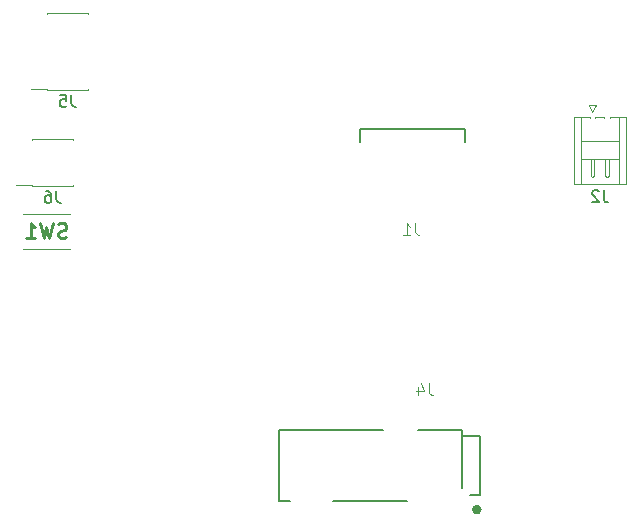
<source format=gbr>
%TF.GenerationSoftware,KiCad,Pcbnew,(5.1.8)-1*%
%TF.CreationDate,2021-03-06T05:42:10-08:00*%
%TF.ProjectId,audioboard,61756469-6f62-46f6-9172-642e6b696361,rev?*%
%TF.SameCoordinates,Original*%
%TF.FileFunction,Legend,Bot*%
%TF.FilePolarity,Positive*%
%FSLAX46Y46*%
G04 Gerber Fmt 4.6, Leading zero omitted, Abs format (unit mm)*
G04 Created by KiCad (PCBNEW (5.1.8)-1) date 2021-03-06 05:42:10*
%MOMM*%
%LPD*%
G01*
G04 APERTURE LIST*
%ADD10C,0.120000*%
%ADD11C,0.100000*%
%ADD12C,0.127000*%
%ADD13C,0.400000*%
%ADD14C,0.200000*%
%ADD15C,0.150000*%
%ADD16C,0.254000*%
%ADD17C,0.015000*%
G04 APERTURE END LIST*
D10*
%TO.C,J2*%
X112018000Y-74224000D02*
X112018000Y-74174000D01*
X112018000Y-74174000D02*
X110708000Y-74174000D01*
X110708000Y-74174000D02*
X110708000Y-79794000D01*
X110708000Y-79794000D02*
X115078000Y-79794000D01*
X115078000Y-79794000D02*
X115078000Y-74174000D01*
X115078000Y-74174000D02*
X113768000Y-74174000D01*
X113768000Y-74174000D02*
X113768000Y-74224000D01*
X111258000Y-77684000D02*
X114528000Y-77684000D01*
X111258000Y-76184000D02*
X114528000Y-76184000D01*
X111258000Y-79794000D02*
X111258000Y-74174000D01*
X114528000Y-79794000D02*
X114528000Y-74174000D01*
X112118000Y-77684000D02*
X112118000Y-79146500D01*
X112118000Y-79146500D02*
X112268000Y-79184000D01*
X112268000Y-79184000D02*
X112418000Y-79146500D01*
X112418000Y-79146500D02*
X112418000Y-77684000D01*
X113368000Y-77684000D02*
X113368000Y-79146500D01*
X113368000Y-79146500D02*
X113518000Y-79184000D01*
X113518000Y-79184000D02*
X113668000Y-79146500D01*
X113668000Y-79146500D02*
X113668000Y-77684000D01*
X112518000Y-74224000D02*
X112518000Y-74174000D01*
X112518000Y-74174000D02*
X113268000Y-74174000D01*
X113268000Y-74174000D02*
X113268000Y-74224000D01*
X112268000Y-73684000D02*
X111968000Y-73084000D01*
X111968000Y-73084000D02*
X112568000Y-73084000D01*
X112568000Y-73084000D02*
X112268000Y-73684000D01*
D11*
%TO.C,SW1*%
X64040000Y-85285000D02*
X67990000Y-85285000D01*
X64090000Y-82355000D02*
X68040000Y-82355000D01*
D10*
%TO.C,J6*%
X64783000Y-79943000D02*
X68313000Y-79943000D01*
X64783000Y-76013000D02*
X68313000Y-76013000D01*
X63458000Y-79878000D02*
X64783000Y-79878000D01*
X64783000Y-79943000D02*
X64783000Y-79878000D01*
X68313000Y-79943000D02*
X68313000Y-79878000D01*
X64783000Y-76078000D02*
X64783000Y-76013000D01*
X68313000Y-76078000D02*
X68313000Y-76013000D01*
%TO.C,J5*%
X66053000Y-71815000D02*
X69583000Y-71815000D01*
X66053000Y-65345000D02*
X69583000Y-65345000D01*
X64728000Y-71750000D02*
X66053000Y-71750000D01*
X66053000Y-71815000D02*
X66053000Y-71750000D01*
X69583000Y-71815000D02*
X69583000Y-71750000D01*
X66053000Y-65410000D02*
X66053000Y-65345000D01*
X69583000Y-65410000D02*
X69583000Y-65345000D01*
D12*
%TO.C,J4*%
X97522000Y-100632000D02*
X101222000Y-100632000D01*
X101222000Y-100632000D02*
X101222000Y-101132000D01*
X101222000Y-101132000D02*
X101222000Y-105582000D01*
X101222000Y-101132000D02*
X102722000Y-101132000D01*
X102722000Y-101132000D02*
X102722000Y-106132000D01*
X102722000Y-106132000D02*
X101922000Y-106132000D01*
X96522000Y-106632000D02*
X90322000Y-106632000D01*
X86672000Y-106632000D02*
X85722000Y-106632000D01*
X85722000Y-100632000D02*
X94522000Y-100632000D01*
D13*
X102672000Y-107382000D02*
G75*
G03*
X102672000Y-107382000I-200000J0D01*
G01*
D12*
X85722000Y-100632000D02*
X85722000Y-106632000D01*
D14*
%TO.C,J1*%
X92558000Y-76284000D02*
X92558000Y-75134000D01*
X92558000Y-75134000D02*
X101498000Y-75134000D01*
X101498000Y-75134000D02*
X101498000Y-76284000D01*
%TO.C,J2*%
D15*
X113221333Y-80336380D02*
X113221333Y-81050666D01*
X113268952Y-81193523D01*
X113364190Y-81288761D01*
X113507047Y-81336380D01*
X113602285Y-81336380D01*
X112792761Y-80431619D02*
X112745142Y-80384000D01*
X112649904Y-80336380D01*
X112411809Y-80336380D01*
X112316571Y-80384000D01*
X112268952Y-80431619D01*
X112221333Y-80526857D01*
X112221333Y-80622095D01*
X112268952Y-80764952D01*
X112840380Y-81336380D01*
X112221333Y-81336380D01*
%TO.C,SW1*%
D16*
X67733333Y-84334047D02*
X67551904Y-84394523D01*
X67249523Y-84394523D01*
X67128571Y-84334047D01*
X67068095Y-84273571D01*
X67007619Y-84152619D01*
X67007619Y-84031666D01*
X67068095Y-83910714D01*
X67128571Y-83850238D01*
X67249523Y-83789761D01*
X67491428Y-83729285D01*
X67612380Y-83668809D01*
X67672857Y-83608333D01*
X67733333Y-83487380D01*
X67733333Y-83366428D01*
X67672857Y-83245476D01*
X67612380Y-83185000D01*
X67491428Y-83124523D01*
X67189047Y-83124523D01*
X67007619Y-83185000D01*
X66584285Y-83124523D02*
X66281904Y-84394523D01*
X66040000Y-83487380D01*
X65798095Y-84394523D01*
X65495714Y-83124523D01*
X64346666Y-84394523D02*
X65072380Y-84394523D01*
X64709523Y-84394523D02*
X64709523Y-83124523D01*
X64830476Y-83305952D01*
X64951428Y-83426904D01*
X65072380Y-83487380D01*
%TO.C,J6*%
D15*
X66881333Y-80395380D02*
X66881333Y-81109666D01*
X66928952Y-81252523D01*
X67024190Y-81347761D01*
X67167047Y-81395380D01*
X67262285Y-81395380D01*
X65976571Y-80395380D02*
X66167047Y-80395380D01*
X66262285Y-80443000D01*
X66309904Y-80490619D01*
X66405142Y-80633476D01*
X66452761Y-80823952D01*
X66452761Y-81204904D01*
X66405142Y-81300142D01*
X66357523Y-81347761D01*
X66262285Y-81395380D01*
X66071809Y-81395380D01*
X65976571Y-81347761D01*
X65928952Y-81300142D01*
X65881333Y-81204904D01*
X65881333Y-80966809D01*
X65928952Y-80871571D01*
X65976571Y-80823952D01*
X66071809Y-80776333D01*
X66262285Y-80776333D01*
X66357523Y-80823952D01*
X66405142Y-80871571D01*
X66452761Y-80966809D01*
%TO.C,J5*%
X68151333Y-72267380D02*
X68151333Y-72981666D01*
X68198952Y-73124523D01*
X68294190Y-73219761D01*
X68437047Y-73267380D01*
X68532285Y-73267380D01*
X67198952Y-72267380D02*
X67675142Y-72267380D01*
X67722761Y-72743571D01*
X67675142Y-72695952D01*
X67579904Y-72648333D01*
X67341809Y-72648333D01*
X67246571Y-72695952D01*
X67198952Y-72743571D01*
X67151333Y-72838809D01*
X67151333Y-73076904D01*
X67198952Y-73172142D01*
X67246571Y-73219761D01*
X67341809Y-73267380D01*
X67579904Y-73267380D01*
X67675142Y-73219761D01*
X67722761Y-73172142D01*
%TO.C,J4*%
D17*
X98402888Y-96667531D02*
X98402888Y-97385096D01*
X98450726Y-97528609D01*
X98546401Y-97624285D01*
X98689914Y-97672122D01*
X98785590Y-97672122D01*
X97493973Y-97002395D02*
X97493973Y-97672122D01*
X97733161Y-96619694D02*
X97972349Y-97337259D01*
X97350460Y-97337259D01*
%TO.C,J1*%
X97236333Y-83121380D02*
X97236333Y-83835666D01*
X97283952Y-83978523D01*
X97379190Y-84073761D01*
X97522047Y-84121380D01*
X97617285Y-84121380D01*
X96236333Y-84121380D02*
X96807761Y-84121380D01*
X96522047Y-84121380D02*
X96522047Y-83121380D01*
X96617285Y-83264238D01*
X96712523Y-83359476D01*
X96807761Y-83407095D01*
%TD*%
M02*

</source>
